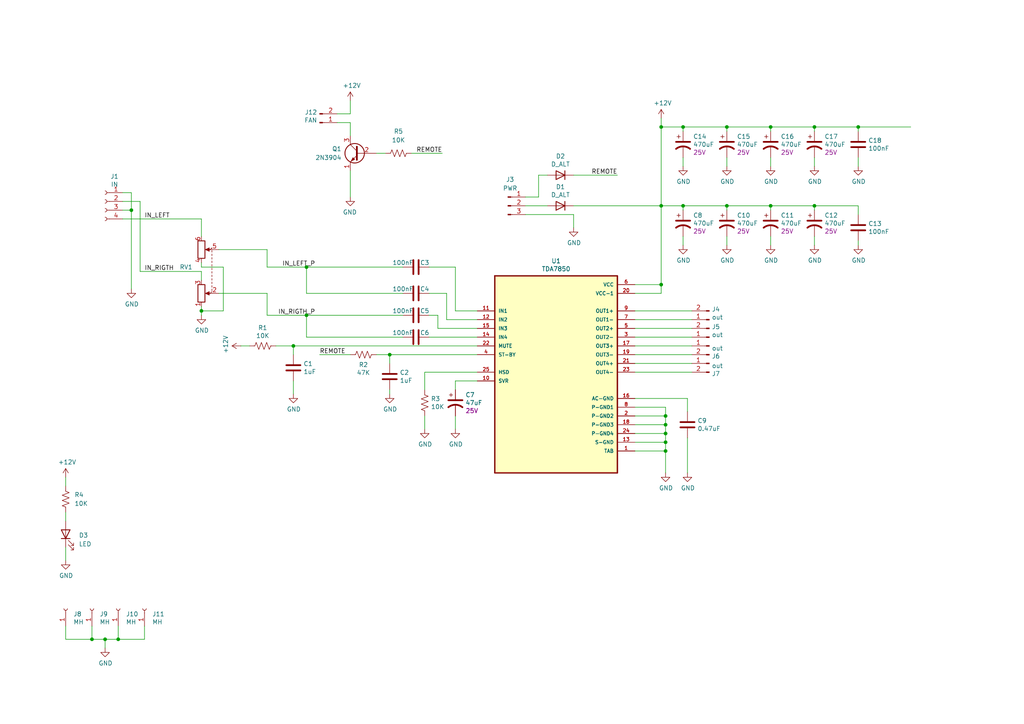
<source format=kicad_sch>
(kicad_sch (version 20231120) (generator "eeschema") (generator_version "8.0")
  (paper "A4")
  (title_block (title "Amplificador TDA7850H") (date "2020-04-20") (rev "v2.1.0") (company "MaykolRey.com"))
  (lib_symbols
    (symbol "Device:C" (pin_numbers hide) (pin_names (offset 0.254))
      (property "Reference" "C" (at 0.635 2.54 0))
      (property "Value" "C" (at 0.635 -2.54 0))
      (symbol "C_0_1"
        (polyline (pts (xy -2.032 -0.762) (xy 2.032 -0.762)) (stroke (width 0.508)))
        (polyline (pts (xy -2.032 0.762) (xy 2.032 0.762)) (stroke (width 0.508)))
      )
      (symbol "C_1_1"
        (pin passive line (at 0 3.81 270) (length 2.794) (name "~") (number "1"))
        (pin passive line (at 0 -3.81 90) (length 2.794) (name "~") (number "2"))
      )
    )
    (symbol "Device:C_Polarized_US" (pin_numbers hide) (pin_names (offset 0.254) hide)
      (property "Reference" "C" (at 0.635 2.54 0))
      (property "Value" "C_Polarized_US" (at 0.635 -2.54 0))
      (symbol "C_Polarized_US_0_1"
        (polyline (pts (xy -2.032 0.762) (xy 2.032 0.762)) (stroke (width 0.508)))
        (polyline (pts (xy -1.778 2.286) (xy -0.762 2.286)))
        (polyline (pts (xy -1.27 1.778) (xy -1.27 2.794)))
        (arc (start 2.032 -1.27) (mid 0 -0.5572) (end -2.032 -1.27) (stroke (width 0.508)))
      )
      (symbol "C_Polarized_US_1_1"
        (pin passive line (at 0 3.81 270) (length 2.794) (name "~") (number "1"))
        (pin passive line (at 0 -3.81 90) (length 3.302) (name "~") (number "2"))
      )
    )
    (symbol "Device:D" (pin_numbers hide) (pin_names (offset 1.016) hide)
      (property "Reference" "D" (at 0 2.54 0))
      (property "Value" "D" (at 0 -2.54 0))
      (symbol "D_0_1"
        (polyline (pts (xy -1.27 1.27) (xy -1.27 -1.27)) (stroke (width 0.254)))
        (polyline (pts (xy 1.27 0) (xy -1.27 0)))
        (polyline (pts (xy 1.27 1.27) (xy 1.27 -1.27) (xy -1.27 0) (xy 1.27 1.27)) (stroke (width 0.254)))
      )
      (symbol "D_1_1"
        (pin passive line (at -3.81 0 0) (length 2.54) (name "K") (number "1"))
        (pin passive line (at 3.81 0 180) (length 2.54) (name "A") (number "2"))
      )
    )
    (symbol "Device:LED" (pin_numbers hide) (pin_names (offset 1.016) hide)
      (property "Reference" "D" (at 0 2.54 0))
      (property "Value" "LED" (at 0 -2.54 0))
      (symbol "LED_0_1"
        (polyline (pts (xy -1.27 -1.27) (xy -1.27 1.27)) (stroke (width 0.254)))
        (polyline (pts (xy -1.27 0) (xy 1.27 0)))
        (polyline (pts (xy 1.27 -1.27) (xy 1.27 1.27) (xy -1.27 0) (xy 1.27 -1.27)) (stroke (width 0.254)))
        (polyline (pts (xy -3.048 -0.762) (xy -4.572 -2.286) (xy -3.81 -2.286) (xy -4.572 -2.286) (xy -4.572 -1.524)))
        (polyline (pts (xy -1.778 -0.762) (xy -3.302 -2.286) (xy -2.54 -2.286) (xy -3.302 -2.286) (xy -3.302 -1.524)))
      )
      (symbol "LED_1_1"
        (pin passive line (at -3.81 0 0) (length 2.54) (name "K") (number "1"))
        (pin passive line (at 3.81 0 180) (length 2.54) (name "A") (number "2"))
      )
    )
    (symbol "Device:R_Potentiometer_Dual" (pin_names (offset 1.016) hide)
      (property "Reference" "RV" (at 0 3.81 0))
      (property "Value" "R_Potentiometer_Dual" (at 0 1.905 0))
      (symbol "R_Potentiometer_Dual_0_1"
        (rectangle (start -8.89 -1.524) (end -3.81 -3.556) (stroke (width 0.254)))
        (polyline (pts (xy -6.35 0) (xy -6.35 -1.016)))
        (polyline (pts (xy -6.35 0) (xy -6.35 -1.016)))
        (polyline (pts (xy -6.35 0) (xy -5.842 0.508)))
        (polyline (pts (xy -5.588 0.508) (xy -5.08 0.508)))
        (polyline (pts (xy -4.572 0.508) (xy -4.064 0.508)))
        (polyline (pts (xy -3.556 0.508) (xy -3.048 0.508)))
        (polyline (pts (xy -2.54 0.508) (xy -2.032 0.508)))
        (polyline (pts (xy -1.524 0.508) (xy -1.016 0.508)))
        (polyline (pts (xy -0.508 0.508) (xy 0 0.508)))
        (polyline (pts (xy 0.508 0.508) (xy 1.016 0.508)))
        (polyline (pts (xy 1.524 0.508) (xy 2.032 0.508)))
        (polyline (pts (xy 2.54 0.508) (xy 3.048 0.508)))
        (polyline (pts (xy 3.556 0.508) (xy 4.064 0.508)))
        (polyline (pts (xy 4.572 0.508) (xy 5.08 0.508)))
        (polyline (pts (xy 5.588 0.508) (xy 6.096 0.508)))
        (polyline (pts (xy 6.35 0) (xy 6.35 -1.016)))
        (polyline (pts (xy 6.35 0) (xy 6.35 -1.016)))
        (polyline (pts (xy 6.604 0.508) (xy 6.858 0.508) (xy 6.35 0)))
        (polyline (pts (xy -6.35 -1.397) (xy -6.858 -0.254) (xy -5.842 -0.254) (xy -6.35 -1.397)) (fill (type outline)))
        (polyline (pts (xy 6.35 -1.397) (xy 5.842 -0.254) (xy 6.858 -0.254) (xy 6.35 -1.397)) (fill (type outline)))
        (rectangle (start 3.81 -1.524) (end 8.89 -3.556) (stroke (width 0.254)))
      )
      (symbol "R_Potentiometer_Dual_1_1"
        (pin passive line (at -10.16 -2.54 0) (length 1.27) (name "1") (number "1"))
        (pin passive line (at -6.35 2.54 270) (length 2.54) (name "2") (number "2"))
        (pin passive line (at -2.54 -2.54 180) (length 1.27) (name "3") (number "3"))
        (pin passive line (at 2.54 -2.54 0) (length 1.27) (name "4") (number "4"))
        (pin passive line (at 6.35 2.54 270) (length 2.54) (name "5") (number "5"))
        (pin passive line (at 10.16 -2.54 180) (length 1.27) (name "6") (number "6"))
      )
    )
    (symbol "Device:R_US" (pin_numbers hide) (pin_names (offset 0))
      (property "Reference" "R" (at 2.54 0 90))
      (property "Value" "R_US" (at -2.54 0 90))
      (symbol "R_US_0_1"
        (polyline (pts (xy 0 -2.286) (xy 0 -2.54)))
        (polyline (pts (xy 0 2.286) (xy 0 2.54)))
        (polyline (pts (xy 0 -0.762) (xy 1.016 -1.143) (xy 0 -1.524) (xy -1.016 -1.905) (xy 0 -2.286)))
        (polyline (pts (xy 0 0.762) (xy 1.016 0.381) (xy 0 0) (xy -1.016 -0.381) (xy 0 -0.762)))
        (polyline (pts (xy 0 2.286) (xy 1.016 1.905) (xy 0 1.524) (xy -1.016 1.143) (xy 0 0.762)))
      )
      (symbol "R_US_1_1"
        (pin passive line (at 0 3.81 270) (length 1.27) (name "~") (number "1"))
        (pin passive line (at 0 -3.81 90) (length 1.27) (name "~") (number "2"))
      )
    )
    (symbol "Transistor_BJT:2N3904" (pin_names (offset 0) hide)
      (property "Reference" "Q" (at 5.08 1.905 0))
      (property "Value" "2N3904" (at 5.08 0 0))
      (symbol "2N3904_0_1"
        (polyline (pts (xy 0.635 0.635) (xy 2.54 2.54)))
        (polyline (pts (xy 0.635 -0.635) (xy 2.54 -2.54) (xy 2.54 -2.54)))
        (polyline (pts (xy 0.635 1.905) (xy 0.635 -1.905) (xy 0.635 -1.905)) (stroke (width 0.508)))
        (polyline (pts (xy 1.27 -1.778) (xy 1.778 -1.27) (xy 2.286 -2.286) (xy 1.27 -1.778) (xy 1.27 -1.778)) (fill (type outline)))
        (circle (center 1.27 0) (radius 2.8194) (stroke (width 0.254)))
      )
      (symbol "2N3904_1_1"
        (pin passive line (at 2.54 -5.08 90) (length 2.54) (name "E") (number "1"))
        (pin passive line (at -5.08 0 0) (length 5.715) (name "B") (number "2"))
        (pin passive line (at 2.54 5.08 270) (length 2.54) (name "C") (number "3"))
      )
    )
    (symbol "amplificador-200w-rescue:Conn_01x01_Female-Connector" (pin_names (offset 1.016) hide)
      (property "Reference" "J" (at 0 2.54 0))
      (property "Value" "Connector_Conn_01x01_Female" (at 0 -2.54 0))
      (symbol "Conn_01x01_Female-Connector_1_1"
        (polyline (pts (xy -1.27 0) (xy -0.508 0)) (stroke (width 0.1524)))
        (arc (start 0 0.508) (mid -0.5058 0) (end 0 -0.508) (stroke (width 0.1524)))
        (pin passive line (at -5.08 0 0) (length 3.81) (name "Pin_1") (number "1"))
      )
    )
    (symbol "amplificador-200w-rescue:Conn_01x02_Male-Connector" (pin_names (offset 1.016) hide)
      (property "Reference" "J" (at 0 2.54 0))
      (property "Value" "Connector_Conn_01x02_Male" (at 0 -5.08 0))
      (symbol "Conn_01x02_Male-Connector_1_1"
        (polyline (pts (xy 1.27 -2.54) (xy 0.8636 -2.54)) (stroke (width 0.1524)))
        (polyline (pts (xy 1.27 0) (xy 0.8636 0)) (stroke (width 0.1524)))
        (rectangle (start 0.8636 -2.413) (end 0 -2.667) (stroke (width 0.1524)) (fill (type outline)))
        (rectangle (start 0.8636 0.127) (end 0 -0.127) (stroke (width 0.1524)) (fill (type outline)))
        (pin passive line (at 5.08 0 180) (length 3.81) (name "Pin_1") (number "1"))
        (pin passive line (at 5.08 -2.54 180) (length 3.81) (name "Pin_2") (number "2"))
      )
    )
    (symbol "amplificador-200w-rescue:Conn_01x03_Male-Connector" (pin_names (offset 1.016) hide)
      (property "Reference" "J" (at 0 5.08 0))
      (property "Value" "Connector_Conn_01x03_Male" (at 0 -5.08 0))
      (symbol "Conn_01x03_Male-Connector_1_1"
        (polyline (pts (xy 1.27 -2.54) (xy 0.8636 -2.54)) (stroke (width 0.1524)))
        (polyline (pts (xy 1.27 0) (xy 0.8636 0)) (stroke (width 0.1524)))
        (polyline (pts (xy 1.27 2.54) (xy 0.8636 2.54)) (stroke (width 0.1524)))
        (rectangle (start 0.8636 -2.413) (end 0 -2.667) (stroke (width 0.1524)) (fill (type outline)))
        (rectangle (start 0.8636 0.127) (end 0 -0.127) (stroke (width 0.1524)) (fill (type outline)))
        (rectangle (start 0.8636 2.667) (end 0 2.413) (stroke (width 0.1524)) (fill (type outline)))
        (pin passive line (at 5.08 2.54 180) (length 3.81) (name "Pin_1") (number "1"))
        (pin passive line (at 5.08 0 180) (length 3.81) (name "Pin_2") (number "2"))
        (pin passive line (at 5.08 -2.54 180) (length 3.81) (name "Pin_3") (number "3"))
      )
    )
    (symbol "amplificador-200w-rescue:Conn_01x04_Female-Connector" (pin_names (offset 1.016) hide)
      (property "Reference" "J" (at 0 5.08 0))
      (property "Value" "Connector_Conn_01x04_Female" (at 0 -7.62 0))
      (symbol "Conn_01x04_Female-Connector_1_1"
        (arc (start 0 -4.572) (mid -0.5058 -5.08) (end 0 -5.588) (stroke (width 0.1524)))
        (arc (start 0 -2.032) (mid -0.5058 -2.54) (end 0 -3.048) (stroke (width 0.1524)))
        (polyline (pts (xy -1.27 -5.08) (xy -0.508 -5.08)) (stroke (width 0.1524)))
        (polyline (pts (xy -1.27 -2.54) (xy -0.508 -2.54)) (stroke (width 0.1524)))
        (polyline (pts (xy -1.27 0) (xy -0.508 0)) (stroke (width 0.1524)))
        (polyline (pts (xy -1.27 2.54) (xy -0.508 2.54)) (stroke (width 0.1524)))
        (arc (start 0 0.508) (mid -0.5058 0) (end 0 -0.508) (stroke (width 0.1524)))
        (arc (start 0 3.048) (mid -0.5058 2.54) (end 0 2.032) (stroke (width 0.1524)))
        (pin passive line (at -5.08 2.54 0) (length 3.81) (name "Pin_1") (number "1"))
        (pin passive line (at -5.08 0 0) (length 3.81) (name "Pin_2") (number "2"))
        (pin passive line (at -5.08 -2.54 0) (length 3.81) (name "Pin_3") (number "3"))
        (pin passive line (at -5.08 -5.08 0) (length 3.81) (name "Pin_4") (number "4"))
      )
    )
    (symbol "amplificador-200w-rescue:TDA7850-MSS_TDAs" (pin_names (offset 1.016))
      (property "Reference" "U" (at -17.8308 29.0068 0))
      (property "Value" "MSS_TDAs_TDA7850" (at -17.78 -31.9532 0))
      (symbol "TDA7850-MSS_TDAs_0_0"
        (rectangle (start 17.78 27.94) (end -17.78 -29.21) (stroke (width 0.4064)) (fill (type background)))
        (pin power_in line (at 22.86 -22.86 180) (length 5.08) (name "TAB") (number "1"))
        (pin bidirectional line (at -22.86 -2.54 0) (length 5.08) (name "SVR") (number "10"))
        (pin input line (at -22.86 17.78 0) (length 5.08) (name "IN1") (number "11"))
        (pin input line (at -22.86 15.24 0) (length 5.08) (name "IN2") (number "12"))
        (pin power_in line (at 22.86 -20.32 180) (length 5.08) (name "S-GND") (number "13"))
        (pin input line (at -22.86 10.16 0) (length 5.08) (name "IN4") (number "14"))
        (pin input line (at -22.86 12.7 0) (length 5.08) (name "IN3") (number "15"))
        (pin power_in line (at 22.86 -7.62 180) (length 5.08) (name "AC-GND") (number "16"))
        (pin output line (at 22.86 7.62 180) (length 5.08) (name "OUT3+") (number "17"))
        (pin power_in line (at 22.86 -15.24 180) (length 5.08) (name "P-GND3") (number "18"))
        (pin output line (at 22.86 5.08 180) (length 5.08) (name "OUT3-") (number "19"))
        (pin power_in line (at 22.86 -12.7 180) (length 5.08) (name "P-GND2") (number "2"))
        (pin power_in line (at 22.86 22.86 180) (length 5.08) (name "VCC-1") (number "20"))
        (pin output line (at 22.86 2.54 180) (length 5.08) (name "OUT4+") (number "21"))
        (pin input line (at -22.86 7.62 0) (length 5.08) (name "MUTE") (number "22"))
        (pin output line (at 22.86 0 180) (length 5.08) (name "OUT4-") (number "23"))
        (pin power_in line (at 22.86 -17.78 180) (length 5.08) (name "P-GND4") (number "24"))
        (pin bidirectional line (at -22.86 0 0) (length 5.08) (name "HSD") (number "25"))
        (pin output line (at 22.86 10.16 180) (length 5.08) (name "OUT2-") (number "3"))
        (pin input line (at -22.86 5.08 0) (length 5.08) (name "ST-BY") (number "4"))
        (pin output line (at 22.86 12.7 180) (length 5.08) (name "OUT2+") (number "5"))
        (pin power_in line (at 22.86 25.4 180) (length 5.08) (name "VCC") (number "6"))
        (pin output line (at 22.86 15.24 180) (length 5.08) (name "OUT1-") (number "7"))
        (pin power_in line (at 22.86 -10.16 180) (length 5.08) (name "P-GND1") (number "8"))
        (pin output line (at 22.86 17.78 180) (length 5.08) (name "OUT1+") (number "9"))
      )
    )
    (symbol "power:+12V" (power) (pin_numbers hide) (pin_names (offset 0) hide)
      (property "Value" "+12V" (at 0 3.556 0))
      (symbol "+12V_0_1"
        (polyline (pts (xy -0.762 1.27) (xy 0 2.54)))
        (polyline (pts (xy 0 0) (xy 0 2.54)))
        (polyline (pts (xy 0 2.54) (xy 0.762 1.27)))
      )
      (symbol "+12V_1_1"
        (pin power_in line (at 0 0 90) (length 0) (name "~") (number "1"))
      )
    )
    (symbol "power:GND" (power) (pin_names (offset 0))
      (property "Value" "GND" (at 0 -3.81 0))
      (symbol "GND_0_1"
        (polyline (pts (xy 0 0) (xy 0 -1.27) (xy 1.27 -1.27) (xy 0 -2.54) (xy -1.27 -1.27) (xy 0 -1.27)))
      )
      (symbol "GND_1_1"
        (pin power_in line (at 0 0 270) (length 0) hide (name "GND") (number "1"))
      )
    )
  )
  (junction (at 58.42 90.17))
  (junction (at 193.04 120.65))
  (junction (at 193.04 123.19))
  (junction (at 223.52 59.69))
  (junction (at 191.77 59.69))
  (junction (at 236.22 59.69))
  (junction (at 113.03 102.87))
  (junction (at 236.22 36.83))
  (junction (at 210.82 36.83))
  (junction (at 248.92 36.83))
  (junction (at 26.67 185.42))
  (junction (at 198.12 59.69))
  (junction (at 193.04 125.73))
  (junction (at 193.04 128.27))
  (junction (at 30.48 185.42))
  (junction (at 223.52 36.83))
  (junction (at 88.9 91.44))
  (junction (at 88.9 77.47))
  (junction (at 210.82 59.69))
  (junction (at 198.12 36.83))
  (junction (at 191.77 36.83))
  (junction (at 34.29 185.42))
  (junction (at 193.04 130.81))
  (junction (at 191.77 82.55))
  (junction (at 38.1 60.96))
  (junction (at 85.09 100.33))
  (wire (pts (xy 191.77 59.69) (xy 198.12 59.69)))
  (wire (pts (xy 58.42 76.2) (xy 58.42 77.47)))
  (wire (pts (xy 198.12 48.26) (xy 198.12 45.72)))
  (wire (pts (xy 200.66 105.41) (xy 184.15 105.41)))
  (wire (pts (xy 210.82 71.12) (xy 210.82 68.58)))
  (wire (pts (xy 123.19 107.95) (xy 138.43 107.95)))
  (wire (pts (xy 26.67 185.42) (xy 30.48 185.42)))
  (wire (pts (xy 101.6 29.21) (xy 101.6 33.02)))
  (wire (pts (xy 236.22 59.69) (xy 223.52 59.69)))
  (wire (pts (xy 223.52 59.69) (xy 223.52 60.96)))
  (wire (pts (xy 123.19 113.03) (xy 123.19 107.95)))
  (wire (pts (xy 184.15 102.87) (xy 200.66 102.87)))
  (wire (pts (xy 199.39 127) (xy 199.39 137.16)))
  (wire (pts (xy 184.15 92.71) (xy 200.66 92.71)))
  (wire (pts (xy 199.39 119.38) (xy 199.39 115.57)))
  (wire (pts (xy 184.15 120.65) (xy 193.04 120.65)))
  (wire (pts (xy 200.66 90.17) (xy 184.15 90.17)))
  (wire (pts (xy 236.22 36.83) (xy 223.52 36.83)))
  (wire (pts (xy 64.77 77.47) (xy 64.77 90.17)))
  (wire (pts (xy 30.48 187.96) (xy 30.48 185.42)))
  (wire (pts (xy 132.08 110.49) (xy 138.43 110.49)))
  (wire (pts (xy 199.39 115.57) (xy 184.15 115.57)))
  (wire (pts (xy 88.9 97.79) (xy 88.9 91.44)))
  (wire (pts (xy 41.91 185.42) (xy 41.91 181.61)))
  (wire (pts (xy 156.21 57.15) (xy 156.21 50.8)))
  (wire (pts (xy 35.56 63.5) (xy 58.42 63.5)))
  (wire (pts (xy 193.04 125.73) (xy 193.04 123.19)))
  (wire (pts (xy 19.05 158.75) (xy 19.05 162.56)))
  (wire (pts (xy 101.6 35.56) (xy 101.6 39.37)))
  (wire (pts (xy 191.77 85.09) (xy 191.77 82.55)))
  (wire (pts (xy 236.22 36.83) (xy 236.22 38.1)))
  (wire (pts (xy 184.15 82.55) (xy 191.77 82.55)))
  (wire (pts (xy 193.04 118.11) (xy 184.15 118.11)))
  (wire (pts (xy 113.03 102.87) (xy 138.43 102.87)))
  (wire (pts (xy 132.08 124.46) (xy 132.08 120.65)))
  (wire (pts (xy 184.15 125.73) (xy 193.04 125.73)))
  (wire (pts (xy 35.56 60.96) (xy 38.1 60.96)))
  (wire (pts (xy 184.15 123.19) (xy 193.04 123.19)))
  (wire (pts (xy 132.08 113.03) (xy 132.08 110.49)))
  (wire (pts (xy 40.64 78.74) (xy 58.42 78.74)))
  (wire (pts (xy 101.6 102.87) (xy 92.71 102.87)))
  (wire (pts (xy 223.52 59.69) (xy 210.82 59.69)))
  (wire (pts (xy 193.04 120.65) (xy 193.04 118.11)))
  (wire (pts (xy 210.82 59.69) (xy 210.82 60.96)))
  (wire (pts (xy 26.67 181.61) (xy 26.67 185.42)))
  (wire (pts (xy 38.1 60.96) (xy 38.1 83.82)))
  (wire (pts (xy 38.1 55.88) (xy 35.56 55.88)))
  (wire (pts (xy 200.66 97.79) (xy 184.15 97.79)))
  (wire (pts (xy 236.22 71.12) (xy 236.22 68.58)))
  (wire (pts (xy 193.04 130.81) (xy 193.04 128.27)))
  (wire (pts (xy 198.12 36.83) (xy 210.82 36.83)))
  (wire (pts (xy 248.92 71.12) (xy 248.92 69.85)))
  (wire (pts (xy 97.79 35.56) (xy 101.6 35.56)))
  (wire (pts (xy 191.77 82.55) (xy 191.77 59.69)))
  (wire (pts (xy 184.15 130.81) (xy 193.04 130.81)))
  (wire (pts (xy 193.04 123.19) (xy 193.04 120.65)))
  (wire (pts (xy 38.1 60.96) (xy 38.1 55.88)))
  (wire (pts (xy 236.22 59.69) (xy 236.22 60.96)))
  (wire (pts (xy 58.42 91.44) (xy 58.42 90.17)))
  (wire (pts (xy 166.37 62.23) (xy 166.37 66.04)))
  (wire (pts (xy 184.15 107.95) (xy 200.66 107.95)))
  (wire (pts (xy 166.37 50.8) (xy 179.07 50.8)))
  (wire (pts (xy 119.38 44.45) (xy 128.27 44.45)))
  (wire (pts (xy 198.12 36.83) (xy 198.12 38.1)))
  (wire (pts (xy 19.05 185.42) (xy 26.67 185.42)))
  (wire (pts (xy 58.42 68.58) (xy 58.42 63.5)))
  (wire (pts (xy 113.03 114.3) (xy 113.03 113.03)))
  (wire (pts (xy 77.47 72.39) (xy 77.47 77.47)))
  (wire (pts (xy 198.12 71.12) (xy 198.12 68.58)))
  (wire (pts (xy 19.05 138.43) (xy 19.05 140.97)))
  (wire (pts (xy 109.22 44.45) (xy 111.76 44.45)))
  (wire (pts (xy 77.47 91.44) (xy 88.9 91.44)))
  (wire (pts (xy 223.52 48.26) (xy 223.52 45.72)))
  (wire (pts (xy 85.09 100.33) (xy 80.01 100.33)))
  (wire (pts (xy 40.64 58.42) (xy 40.64 78.74)))
  (wire (pts (xy 248.92 45.72) (xy 248.92 48.26)))
  (wire (pts (xy 198.12 59.69) (xy 198.12 60.96)))
  (wire (pts (xy 193.04 128.27) (xy 193.04 125.73)))
  (wire (pts (xy 138.43 92.71) (xy 129.54 92.71)))
  (wire (pts (xy 132.08 90.17) (xy 132.08 77.47)))
  (wire (pts (xy 101.6 49.53) (xy 101.6 57.15)))
  (wire (pts (xy 123.19 120.65) (xy 123.19 124.46)))
  (wire (pts (xy 88.9 97.79) (xy 116.84 97.79)))
  (wire (pts (xy 101.6 33.02) (xy 97.79 33.02)))
  (wire (pts (xy 19.05 181.61) (xy 19.05 185.42)))
  (wire (pts (xy 236.22 48.26) (xy 236.22 45.72)))
  (wire (pts (xy 129.54 92.71) (xy 129.54 85.09)))
  (wire (pts (xy 58.42 77.47) (xy 64.77 77.47)))
  (wire (pts (xy 248.92 36.83) (xy 236.22 36.83)))
  (wire (pts (xy 184.15 128.27) (xy 193.04 128.27)))
  (wire (pts (xy 184.15 85.09) (xy 191.77 85.09)))
  (wire (pts (xy 138.43 97.79) (xy 124.46 97.79)))
  (wire (pts (xy 132.08 77.47) (xy 124.46 77.47)))
  (wire (pts (xy 77.47 77.47) (xy 88.9 77.47)))
  (wire (pts (xy 64.77 90.17) (xy 58.42 90.17)))
  (wire (pts (xy 138.43 100.33) (xy 85.09 100.33)))
  (wire (pts (xy 72.39 100.33) (xy 69.85 100.33)))
  (wire (pts (xy 34.29 181.61) (xy 34.29 185.42)))
  (wire (pts (xy 166.37 59.69) (xy 191.77 59.69)))
  (wire (pts (xy 30.48 185.42) (xy 34.29 185.42)))
  (wire (pts (xy 210.82 59.69) (xy 198.12 59.69)))
  (wire (pts (xy 138.43 95.25) (xy 127 95.25)))
  (wire (pts (xy 88.9 77.47) (xy 88.9 85.09)))
  (wire (pts (xy 166.37 62.23) (xy 152.4 62.23)))
  (wire (pts (xy 19.05 151.13) (xy 19.05 148.59)))
  (wire (pts (xy 113.03 105.41) (xy 113.03 102.87)))
  (wire (pts (xy 200.66 100.33) (xy 184.15 100.33)))
  (wire (pts (xy 152.4 59.69) (xy 158.75 59.69)))
  (wire (pts (xy 223.52 36.83) (xy 223.52 38.1)))
  (wire (pts (xy 223.52 71.12) (xy 223.52 68.58)))
  (wire (pts (xy 191.77 36.83) (xy 191.77 59.69)))
  (wire (pts (xy 58.42 90.17) (xy 58.42 88.9)))
  (wire (pts (xy 77.47 85.09) (xy 77.47 91.44)))
  (wire (pts (xy 210.82 36.83) (xy 210.82 38.1)))
  (wire (pts (xy 88.9 91.44) (xy 116.84 91.44)))
  (wire (pts (xy 191.77 36.83) (xy 198.12 36.83)))
  (wire (pts (xy 88.9 77.47) (xy 116.84 77.47)))
  (wire (pts (xy 210.82 36.83) (xy 223.52 36.83)))
  (wire (pts (xy 193.04 137.16) (xy 193.04 130.81)))
  (wire (pts (xy 63.5 85.09) (xy 77.47 85.09)))
  (wire (pts (xy 127 91.44) (xy 124.46 91.44)))
  (wire (pts (xy 210.82 45.72) (xy 210.82 48.26)))
  (wire (pts (xy 85.09 114.3) (xy 85.09 110.49)))
  (wire (pts (xy 248.92 59.69) (xy 236.22 59.69)))
  (wire (pts (xy 248.92 36.83) (xy 248.92 38.1)))
  (wire (pts (xy 156.21 50.8) (xy 158.75 50.8)))
  (wire (pts (xy 109.22 102.87) (xy 113.03 102.87)))
  (wire (pts (xy 58.42 81.28) (xy 58.42 78.74)))
  (wire (pts (xy 138.43 90.17) (xy 132.08 90.17)))
  (wire (pts (xy 200.66 95.25) (xy 184.15 95.25)))
  (wire (pts (xy 40.64 58.42) (xy 35.56 58.42)))
  (wire (pts (xy 156.21 57.15) (xy 152.4 57.15)))
  (wire (pts (xy 264.16 36.83) (xy 248.92 36.83)))
  (wire (pts (xy 34.29 185.42) (xy 41.91 185.42)))
  (wire (pts (xy 248.92 62.23) (xy 248.92 59.69)))
  (wire (pts (xy 88.9 85.09) (xy 116.84 85.09)))
  (wire (pts (xy 85.09 102.87) (xy 85.09 100.33)))
  (wire (pts (xy 127 95.25) (xy 127 91.44)))
  (wire (pts (xy 191.77 34.29) (xy 191.77 36.83)))
  (wire (pts (xy 63.5 72.39) (xy 77.47 72.39)))
  (wire (pts (xy 129.54 85.09) (xy 124.46 85.09)))
  (label "REMOTE" (at 179.07 50.8 180))
  (label "IN_RIGTH" (at 41.91 78.74 0))
  (label "IN_LEFT" (at 41.91 63.5 0))
  (label "IN_LEFT_P" (at 91.44 77.47 180))
  (label "IN_RIGTH_P" (at 91.44 91.44 180))
  (label "REMOTE" (at 92.71 102.87 0))
  (label "REMOTE" (at 128.27 44.45 180))
  (symbol (lib_id "amplificador-200w-rescue:TDA7850-MSS_TDAs") (at 161.29 107.95 0) (unit 1)
    (property "Reference" "U1" (at 161.29 75.692 0))
    (property "Value" "TDA7850" (at 161.29 78.0034 0))
    (property "Footprint" "MSS_Devices:TDA7850H" (effects (hide yes)))
    (property "Datasheet" "Audio Amp Speaker 4-CH Stereo 85W Class-AB Automotive 25-Pin_25+Tab_ FLEXIWATT Tube" (effects (hide yes)))
  )
  (symbol (lib_id "amplificador-200w-rescue:Conn_01x02_Male-Connector") (at 205.74 92.71 180) (unit 1)
    (property "Reference" "J4" (at 206.4512 89.7128 0) (effects (justify right)))
    (property "Value" "out" (at 206.4512 92.0242 0) (effects (justify right)))
    (property "Footprint" "TerminalBlock_Phoenix:TerminalBlock_Phoenix_MKDS-3-2-5.08_1x02_P5.08mm_Horizontal" (effects (hide yes)))
  )
  (symbol (lib_id "amplificador-200w-rescue:Conn_01x02_Male-Connector") (at 205.74 97.79 180) (unit 1)
    (property "Reference" "J5" (at 206.4512 94.7928 0) (effects (justify right)))
    (property "Value" "out" (at 206.4512 97.1042 0) (effects (justify right)))
    (property "Footprint" "TerminalBlock_Phoenix:TerminalBlock_Phoenix_MKDS-3-2-5.08_1x02_P5.08mm_Horizontal" (effects (hide yes)))
  )
  (symbol (lib_id "amplificador-200w-rescue:Conn_01x02_Male-Connector") (at 205.74 100.33 0) (mirror y) (unit 1)
    (property "Reference" "J6" (at 206.4512 103.3272 0) (effects (justify right)))
    (property "Value" "out" (at 206.4512 101.0158 0) (effects (justify right)))
    (property "Footprint" "TerminalBlock_Phoenix:TerminalBlock_Phoenix_MKDS-3-2-5.08_1x02_P5.08mm_Horizontal" (effects (hide yes)))
  )
  (symbol (lib_id "amplificador-200w-rescue:Conn_01x02_Male-Connector") (at 205.74 105.41 0) (mirror y) (unit 1)
    (property "Reference" "J7" (at 206.4512 108.4072 0) (effects (justify right)))
    (property "Value" "out" (at 206.4512 106.0958 0) (effects (justify right)))
    (property "Footprint" "TerminalBlock_Phoenix:TerminalBlock_Phoenix_MKDS-3-2-5.08_1x02_P5.08mm_Horizontal" (effects (hide yes)))
  )
  (symbol (lib_id "power:GND") (at 193.04 137.16 0) (unit 1)
    (property "Reference" "#PWR010" (effects (hide yes)))
    (property "Value" "GND" (at 193.167 141.5542 0))
  )
  (symbol (lib_id "Device:C") (at 199.39 123.19 0) (unit 1)
    (property "Reference" "C9" (at 202.311 122.0216 0) (effects (justify left)))
    (property "Value" "0.47uF" (at 202.311 124.333 0) (effects (justify left)))
    (property "Footprint" "Capacitor_SMD:C_0603_1608Metric_Pad1.08x0.95mm_HandSolder" (effects (hide yes)))
  )
  (symbol (lib_id "power:GND") (at 199.39 137.16 0) (unit 1)
    (property "Reference" "#PWR012" (effects (hide yes)))
    (property "Value" "GND" (at 199.517 141.5542 0))
  )
  (symbol (lib_id "Device:C_Polarized_US") (at 236.22 64.77 0) (unit 1)
    (property "Reference" "C12" (at 239.141 62.4586 0) (effects (justify left)))
    (property "Value" "470uF" (at 239.141 64.77 0) (effects (justify left)))
    (property "Footprint" "Capacitor_THT:CP_Radial_D10.0mm_P5.00mm" (effects (hide yes)))
    (property "V" "25V" (at 239.141 67.0814 0) (effects (justify left)))
  )
  (symbol (lib_id "Device:C_Polarized_US") (at 223.52 64.77 0) (unit 1)
    (property "Reference" "C11" (at 226.441 62.4586 0) (effects (justify left)))
    (property "Value" "470uF" (at 226.441 64.77 0) (effects (justify left)))
    (property "Footprint" "Capacitor_THT:CP_Radial_D10.0mm_P5.00mm" (effects (hide yes)))
    (property "V" "25V" (at 226.441 67.0814 0) (effects (justify left)))
  )
  (symbol (lib_id "Device:C_Polarized_US") (at 210.82 64.77 0) (unit 1)
    (property "Reference" "C10" (at 213.741 62.4586 0) (effects (justify left)))
    (property "Value" "470uF" (at 213.741 64.77 0) (effects (justify left)))
    (property "Footprint" "Capacitor_THT:CP_Radial_D10.0mm_P5.00mm" (effects (hide yes)))
    (property "V" "25V" (at 213.741 67.0814 0) (effects (justify left)))
  )
  (symbol (lib_id "Device:C_Polarized_US") (at 198.12 64.77 0) (unit 1)
    (property "Reference" "C8" (at 201.041 62.4586 0) (effects (justify left)))
    (property "Value" "470uF" (at 201.041 64.77 0) (effects (justify left)))
    (property "Footprint" "Capacitor_THT:CP_Radial_D10.0mm_P5.00mm" (effects (hide yes)))
    (property "V" "25V" (at 201.041 67.0814 0) (effects (justify left)))
  )
  (symbol (lib_id "power:GND") (at 236.22 71.12 0) (unit 1)
    (property "Reference" "#PWR015" (effects (hide yes)))
    (property "Value" "GND" (at 236.347 75.5142 0))
  )
  (symbol (lib_id "power:GND") (at 223.52 71.12 0) (unit 1)
    (property "Reference" "#PWR014" (effects (hide yes)))
    (property "Value" "GND" (at 223.647 75.5142 0))
  )
  (symbol (lib_id "power:GND") (at 210.82 71.12 0) (unit 1)
    (property "Reference" "#PWR013" (effects (hide yes)))
    (property "Value" "GND" (at 210.947 75.5142 0))
  )
  (symbol (lib_id "power:GND") (at 198.12 71.12 0) (unit 1)
    (property "Reference" "#PWR011" (effects (hide yes)))
    (property "Value" "GND" (at 198.247 75.5142 0))
  )
  (symbol (lib_id "Device:C") (at 248.92 66.04 0) (unit 1)
    (property "Reference" "C13" (at 251.841 64.8716 0) (effects (justify left)))
    (property "Value" "100nF" (at 251.841 67.183 0) (effects (justify left)))
    (property "Footprint" "Capacitor_SMD:C_0603_1608Metric_Pad1.08x0.95mm_HandSolder" (effects (hide yes)))
  )
  (symbol (lib_id "power:GND") (at 248.92 71.12 0) (unit 1)
    (property "Reference" "#PWR016" (effects (hide yes)))
    (property "Value" "GND" (at 249.047 75.5142 0))
  )
  (symbol (lib_id "Device:C") (at 120.65 77.47 270) (unit 1)
    (property "Reference" "C3" (at 123.19 76.2 90))
    (property "Value" "100nF" (at 116.84 76.2 90))
    (property "Footprint" "Capacitor_SMD:C_0603_1608Metric_Pad1.08x0.95mm_HandSolder" (effects (hide yes)))
  )
  (symbol (lib_id "Device:C") (at 120.65 85.09 270) (unit 1)
    (property "Reference" "C4" (at 123.19 83.82 90))
    (property "Value" "100nF" (at 116.84 83.82 90))
    (property "Footprint" "Capacitor_SMD:C_0603_1608Metric_Pad1.08x0.95mm_HandSolder" (effects (hide yes)))
  )
  (symbol (lib_id "Device:C") (at 120.65 91.44 270) (unit 1)
    (property "Reference" "C5" (at 123.19 90.17 90))
    (property "Value" "100nF" (at 116.84 90.17 90))
    (property "Footprint" "Capacitor_SMD:C_0603_1608Metric_Pad1.08x0.95mm_HandSolder" (effects (hide yes)))
  )
  (symbol (lib_id "Device:C") (at 120.65 97.79 270) (unit 1)
    (property "Reference" "C6" (at 123.19 96.52 90))
    (property "Value" "100nF" (at 116.84 96.52 90))
    (property "Footprint" "Capacitor_SMD:C_0603_1608Metric_Pad1.08x0.95mm_HandSolder" (effects (hide yes)))
  )
  (symbol (lib_id "Device:C_Polarized_US") (at 236.22 41.91 0) (unit 1)
    (property "Reference" "C17" (at 239.141 39.5986 0) (effects (justify left)))
    (property "Value" "470uF" (at 239.141 41.91 0) (effects (justify left)))
    (property "Footprint" "Capacitor_THT:CP_Radial_D10.0mm_P5.00mm" (effects (hide yes)))
    (property "V" "25V" (at 239.141 44.2214 0) (effects (justify left)))
  )
  (symbol (lib_id "Device:C_Polarized_US") (at 223.52 41.91 0) (unit 1)
    (property "Reference" "C16" (at 226.441 39.5986 0) (effects (justify left)))
    (property "Value" "470uF" (at 226.441 41.91 0) (effects (justify left)))
    (property "Footprint" "Capacitor_THT:CP_Radial_D10.0mm_P5.00mm" (effects (hide yes)))
    (property "V" "25V" (at 226.441 44.2214 0) (effects (justify left)))
  )
  (symbol (lib_id "Device:C_Polarized_US") (at 210.82 41.91 0) (unit 1)
    (property "Reference" "C15" (at 213.741 39.5986 0) (effects (justify left)))
    (property "Value" "470uF" (at 213.741 41.91 0) (effects (justify left)))
    (property "Footprint" "Capacitor_THT:CP_Radial_D10.0mm_P5.00mm" (effects (hide yes)))
    (property "V" "25V" (at 213.741 44.2214 0) (effects (justify left)))
  )
  (symbol (lib_id "Device:C_Polarized_US") (at 198.12 41.91 0) (unit 1)
    (property "Reference" "C14" (at 201.041 39.5986 0) (effects (justify left)))
    (property "Value" "470uF" (at 201.041 41.91 0) (effects (justify left)))
    (property "Footprint" "Capacitor_THT:CP_Radial_D10.0mm_P5.00mm" (effects (hide yes)))
    (property "V" "25V" (at 201.041 44.2214 0) (effects (justify left)))
  )
  (symbol (lib_id "power:GND") (at 236.22 48.26 0) (unit 1)
    (property "Reference" "#PWR020" (effects (hide yes)))
    (property "Value" "GND" (at 236.347 52.6542 0))
  )
  (symbol (lib_id "power:GND") (at 223.52 48.26 0) (unit 1)
    (property "Reference" "#PWR019" (effects (hide yes)))
    (property "Value" "GND" (at 223.647 52.6542 0))
  )
  (symbol (lib_id "power:GND") (at 210.82 48.26 0) (unit 1)
    (property "Reference" "#PWR018" (effects (hide yes)))
    (property "Value" "GND" (at 210.947 52.6542 0))
  )
  (symbol (lib_id "power:GND") (at 198.12 48.26 0) (unit 1)
    (property "Reference" "#PWR017" (effects (hide yes)))
    (property "Value" "GND" (at 198.247 52.6542 0))
  )
  (symbol (lib_id "Device:R_US") (at 123.19 116.84 0) (unit 1)
    (property "Reference" "R3" (at 124.968 115.6716 0) (effects (justify left)))
    (property "Value" "10K" (at 124.968 117.983 0) (effects (justify left)))
    (property "Footprint" "Resistor_SMD:R_0603_1608Metric" (effects (hide yes)))
  )
  (symbol (lib_id "power:GND") (at 123.19 124.46 0) (unit 1)
    (property "Reference" "#PWR06" (effects (hide yes)))
    (property "Value" "GND" (at 123.317 128.8542 0))
  )
  (symbol (lib_id "amplificador-200w-rescue:Conn_01x01_Female-Connector") (at 19.05 176.53 90) (unit 1)
    (property "Reference" "J8" (at 21.2852 178.1048 90) (effects (justify right)))
    (property "Value" "MH" (at 21.2852 180.4162 90) (effects (justify right)))
    (property "Footprint" "MountingHole:MountingHole_3.2mm_M3_Pad_Via" (effects (hide yes)))
  )
  (symbol (lib_id "amplificador-200w-rescue:Conn_01x01_Female-Connector") (at 26.67 176.53 90) (unit 1)
    (property "Reference" "J9" (at 28.9052 178.1048 90) (effects (justify right)))
    (property "Value" "MH" (at 28.9052 180.4162 90) (effects (justify right)))
    (property "Footprint" "MountingHole:MountingHole_3.2mm_M3_Pad_Via" (effects (hide yes)))
  )
  (symbol (lib_id "amplificador-200w-rescue:Conn_01x01_Female-Connector") (at 34.29 176.53 90) (unit 1)
    (property "Reference" "J10" (at 36.5252 178.1048 90) (effects (justify right)))
    (property "Value" "MH" (at 36.5252 180.4162 90) (effects (justify right)))
    (property "Footprint" "MountingHole:MountingHole_3.2mm_M3_Pad_Via" (effects (hide yes)))
  )
  (symbol (lib_id "amplificador-200w-rescue:Conn_01x01_Female-Connector") (at 41.91 176.53 90) (unit 1)
    (property "Reference" "J11" (at 44.1452 178.1048 90) (effects (justify right)))
    (property "Value" "MH" (at 44.1452 180.4162 90) (effects (justify right)))
    (property "Footprint" "MountingHole:MountingHole_3.2mm_M3_Pad_Via" (effects (hide yes)))
  )
  (symbol (lib_id "Device:C_Polarized_US") (at 132.08 116.84 0) (unit 1)
    (property "Reference" "C7" (at 135.001 114.5286 0) (effects (justify left)))
    (property "Value" "47uF" (at 135.001 116.84 0) (effects (justify left)))
    (property "Footprint" "Capacitor_THT:CP_Radial_D5.0mm_P2.00mm" (effects (hide yes)))
    (property "V" "25V" (at 135.001 119.1514 0) (effects (justify left)))
  )
  (symbol (lib_id "power:GND") (at 132.08 124.46 0) (unit 1)
    (property "Reference" "#PWR07" (effects (hide yes)))
    (property "Value" "GND" (at 132.207 128.8542 0))
  )
  (symbol (lib_id "amplificador-200w-rescue:Conn_01x04_Female-Connector") (at 30.48 58.42 0) (mirror y) (unit 1)
    (property "Reference" "J1" (at 33.2232 51.181 0))
    (property "Value" "IN" (at 33.2232 53.4924 0))
    (property "Footprint" "MSS_Connector:CUI_RCJ-21XX" (effects (hide yes)))
    (property "Mfg Part #" "RCJ-2121" (effects (hide yes)))
  )
  (symbol (lib_id "power:GND") (at 30.48 187.96 0) (unit 1)
    (property "Reference" "#PWR0101" (effects (hide yes)))
    (property "Value" "GND" (at 30.607 192.3542 0))
  )
  (symbol (lib_id "amplificador-200w-rescue:Conn_01x02_Male-Connector") (at 92.71 35.56 0) (mirror x) (unit 1)
    (property "Reference" "J12" (at 91.9988 32.5628 0) (effects (justify right)))
    (property "Value" "FAN" (at 91.9988 34.8742 0) (effects (justify right)))
    (property "Footprint" "Connector_JST:JST_PH_B2B-PH-K_1x02_P2.00mm_Vertical" (effects (hide yes)))
  )
  (symbol (lib_id "power:GND") (at 101.6 57.15 0) (mirror y) (unit 1)
    (property "Reference" "#PWR021" (effects (hide yes)))
    (property "Value" "GND" (at 101.473 61.5442 0))
  )
  (symbol (lib_id "power:GND") (at 38.1 83.82 0) (unit 1)
    (property "Reference" "#PWR02" (effects (hide yes)))
    (property "Value" "GND" (at 38.227 88.2142 0))
  )
  (symbol (lib_id "Device:D") (at 162.56 59.69 180) (unit 1)
    (property "Reference" "D1" (at 162.56 54.2036 0))
    (property "Value" "D_ALT" (at 162.56 56.515 0))
    (property "Footprint" "Diode_SMD:D_SMA" (effects (hide yes)))
  )
  (symbol (lib_id "amplificador-200w-rescue:Conn_01x03_Male-Connector") (at 147.32 59.69 0) (unit 1)
    (property "Reference" "J3" (at 147.955 52.07 0))
    (property "Value" "PWR" (at 147.955 54.61 0))
    (property "Footprint" "MSS_Connector:TE_2-1437667-5" (effects (hide yes)))
    (property "Mfg Part #" "OSTYK42103030" (effects (hide yes)))
  )
  (symbol (lib_id "power:GND") (at 166.37 66.04 0) (unit 1)
    (property "Reference" "#PWR08" (effects (hide yes)))
    (property "Value" "GND" (at 166.497 70.4342 0))
  )
  (symbol (lib_id "Device:R_US") (at 105.41 102.87 270) (unit 1)
    (property "Reference" "R2" (at 105.41 105.791 90))
    (property "Value" "47K" (at 105.41 108.1024 90))
    (property "Footprint" "Resistor_SMD:R_0603_1608Metric" (effects (hide yes)))
  )
  (symbol (lib_id "Device:C") (at 113.03 109.22 0) (unit 1)
    (property "Reference" "C2" (at 115.951 108.0516 0) (effects (justify left)))
    (property "Value" "1uF" (at 115.951 110.363 0) (effects (justify left)))
    (property "Footprint" "Capacitor_SMD:C_0805_2012Metric" (effects (hide yes)))
  )
  (symbol (lib_id "power:GND") (at 113.03 114.3 0) (unit 1)
    (property "Reference" "#PWR05" (effects (hide yes)))
    (property "Value" "GND" (at 113.157 118.6942 0))
  )
  (symbol (lib_id "Device:R_US") (at 76.2 100.33 270) (unit 1)
    (property "Reference" "R1" (at 76.2 95.0722 90))
    (property "Value" "10K" (at 76.2 97.3836 90))
    (property "Footprint" "Resistor_SMD:R_0603_1608Metric" (effects (hide yes)))
  )
  (symbol (lib_id "Device:C") (at 85.09 106.68 0) (unit 1)
    (property "Reference" "C1" (at 88.011 105.5116 0) (effects (justify left)))
    (property "Value" "1uF" (at 88.011 107.823 0) (effects (justify left)))
    (property "Footprint" "Capacitor_SMD:C_0805_2012Metric" (effects (hide yes)))
  )
  (symbol (lib_id "power:GND") (at 85.09 114.3 0) (unit 1)
    (property "Reference" "#PWR03" (effects (hide yes)))
    (property "Value" "GND" (at 85.217 118.6942 0))
  )
  (symbol (lib_id "power:+12V") (at 191.77 34.29 0) (unit 1)
    (property "Reference" "#PWR09" (effects (hide yes)))
    (property "Value" "+12V" (at 192.2018 29.8958 0))
  )
  (symbol (lib_id "power:+12V") (at 69.85 100.33 90) (unit 1)
    (property "Reference" "#PWR01" (effects (hide yes)))
    (property "Value" "+12V" (at 65.4558 99.8982 0))
  )
  (symbol (lib_id "power:GND") (at 58.42 91.44 0) (unit 1)
    (property "Reference" "#PWR024" (effects (hide yes)))
    (property "Value" "GND" (at 58.547 95.8342 0))
  )
  (symbol (lib_id "Device:R_US") (at 115.57 44.45 90) (unit 1)
    (property "Reference" "R5" (at 115.57 38.1 90))
    (property "Value" "10K" (at 115.57 40.64 90))
    (property "Footprint" "Resistor_SMD:R_0603_1608Metric" (effects (hide yes)))
  )
  (symbol (lib_id "power:+12V") (at 101.6 29.21 0) (unit 1)
    (property "Reference" "#PWR025" (effects (hide yes)))
    (property "Value" "+12V" (at 102.0318 24.8158 0))
  )
  (symbol (lib_id "power:GND") (at 19.05 162.56 0) (unit 1)
    (property "Reference" "#PWR023" (effects (hide yes)))
    (property "Value" "GND" (at 19.177 166.9542 0))
  )
  (symbol (lib_id "Device:LED") (at 19.05 154.94 90) (unit 1)
    (property "Reference" "D3" (at 22.86 155.2574 90) (effects (justify right)))
    (property "Value" "LED" (at 22.86 157.7974 90) (effects (justify right)))
    (property "Footprint" "LED_THT:LED_D3.0mm" (effects (hide yes)))
    (property "Description" "Light emitting diode" (effects (hide yes)))
  )
  (symbol (lib_id "power:+12V") (at 19.05 138.43 0) (unit 1)
    (property "Reference" "#PWR022" (effects (hide yes)))
    (property "Value" "+12V" (at 19.4818 134.0358 0))
  )
  (symbol (lib_id "Transistor_BJT:2N3904") (at 104.14 44.45 0) (mirror y) (unit 1)
    (property "Reference" "Q1" (at 99.06 43.1799 0) (effects (justify left)))
    (property "Value" "2N3904" (at 99.06 45.7199 0) (effects (justify left)))
    (property "Footprint" "Package_TO_SOT_THT:TO-92_Inline" (effects (hide yes)))
    (property "Datasheet" "https://www.onsemi.com/pub/Collateral/2N3903-D.PDF" (effects (hide yes)))
    (property "Description" "0.2A Ic, 40V Vce, Small Signal NPN Transistor, TO-92" (effects (hide yes)))
  )
  (symbol (lib_id "Device:R_US") (at 19.05 144.78 0) (unit 1)
    (property "Reference" "R4" (at 21.59 143.5099 0) (effects (justify left)))
    (property "Value" "10K" (at 21.59 146.0499 0) (effects (justify left)))
    (property "Footprint" "Resistor_SMD:R_0603_1608Metric" (effects (hide yes)))
  )
  (symbol (lib_id "Device:C") (at 248.92 41.91 0) (unit 1)
    (property "Reference" "C18" (at 251.841 40.7416 0) (effects (justify left)))
    (property "Value" "100nF" (at 251.841 43.053 0) (effects (justify left)))
    (property "Footprint" "Capacitor_SMD:C_0603_1608Metric_Pad1.08x0.95mm_HandSolder" (effects (hide yes)))
  )
  (symbol (lib_id "Device:R_Potentiometer_Dual") (at 60.96 78.74 270) (mirror x) (unit 1)
    (property "Reference" "RV1" (at 55.88 77.4699 90) (effects (justify right)))
    (property "Value" "R_Potentiometer_Dual" (effects (hide yes)))
    (property "Footprint" "Potentiometer_THT:Potentiometer_Alps_RK097_Dual_Horizontal" (effects (hide yes)))
    (property "Description" "Dual potentiometer" (effects (hide yes)))
  )
  (symbol (lib_id "power:GND") (at 248.92 48.26 0) (unit 1)
    (property "Reference" "#PWR04" (effects (hide yes)))
    (property "Value" "GND" (at 249.047 52.6542 0))
  )
  (symbol (lib_id "Device:D") (at 162.56 50.8 180) (unit 1)
    (property "Reference" "D2" (at 162.56 45.3136 0))
    (property "Value" "D_ALT" (at 162.56 47.625 0))
    (property "Footprint" "Diode_SMD:D_SMA" (effects (hide yes)))
  )
)
</source>
